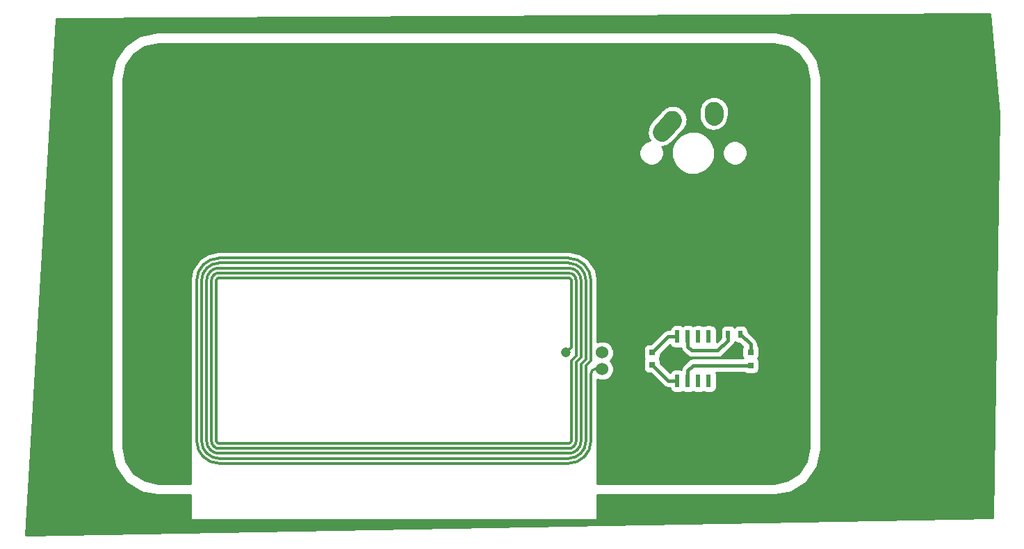
<source format=gtl>
G04 #@! TF.FileFunction,Copper,L1,Top,Signal*
%FSLAX46Y46*%
G04 Gerber Fmt 4.6, Leading zero omitted, Abs format (unit mm)*
G04 Created by KiCad (PCBNEW 4.0.6) date 2018 March 28, Wednesday 01:43:25*
%MOMM*%
%LPD*%
G01*
G04 APERTURE LIST*
%ADD10C,0.100000*%
%ADD11C,0.299720*%
%ADD12C,2.250000*%
%ADD13C,2.250000*%
%ADD14R,0.750000X0.800000*%
%ADD15R,0.800000X0.800000*%
%ADD16R,0.500000X0.900000*%
%ADD17R,0.600000X1.550000*%
%ADD18C,1.206500*%
%ADD19C,1.524000*%
%ADD20C,0.600000*%
%ADD21C,0.457200*%
%ADD22C,0.254000*%
G04 APERTURE END LIST*
D10*
D11*
X44402100Y-77849340D02*
X86997900Y-77849340D01*
X44402100Y-77249900D02*
X86997900Y-77249900D01*
X44402100Y-76647920D02*
X86997900Y-76647920D01*
X44402100Y-76048480D02*
X86997900Y-76048480D01*
X44402100Y-75449040D02*
X86997900Y-75449040D01*
X87297620Y-65350000D02*
X87297620Y-75149320D01*
X87899600Y-55550680D02*
X87899600Y-64750560D01*
X87899600Y-65548120D02*
X87899600Y-75149320D01*
X88499040Y-55550680D02*
X88499040Y-64951220D01*
X88499040Y-65748780D02*
X88499040Y-75149320D01*
X89098480Y-55550680D02*
X89098480Y-65151880D01*
X89697920Y-55550680D02*
X89697920Y-65350000D01*
X44102380Y-55550680D02*
X44102380Y-75149320D01*
X43500400Y-55550680D02*
X43500400Y-75149320D01*
X42900960Y-55550680D02*
X42900960Y-75149320D01*
X42301520Y-55550680D02*
X42301520Y-75149320D01*
X41702080Y-55550680D02*
X41702080Y-75149320D01*
X44402100Y-55250960D02*
X86997900Y-55250960D01*
X44402100Y-54651520D02*
X86997900Y-54651520D01*
X44402100Y-54052080D02*
X86997900Y-54052080D01*
X44402100Y-53450100D02*
X86997900Y-53450100D01*
X44402100Y-52850660D02*
X86997900Y-52850660D01*
X89098480Y-65151880D02*
X88499040Y-65748780D01*
X88499040Y-64951220D02*
X87899600Y-65548120D01*
X87899600Y-64750560D02*
X87297620Y-65350000D01*
X89697920Y-65350000D02*
X89098480Y-65949440D01*
X89098480Y-65949440D02*
X89098480Y-75149320D01*
X87297620Y-55550680D02*
X87297620Y-63752340D01*
X87297620Y-63752340D02*
X86698180Y-64351780D01*
X89697920Y-75149320D02*
X89697920Y-66947660D01*
X90299900Y-66348220D02*
X91199060Y-66348220D01*
X87297620Y-55550680D02*
G75*
G03X86997900Y-55250960I-299720J0D01*
G01*
X87897060Y-55550680D02*
G75*
G03X86997900Y-54651520I-899160J0D01*
G01*
X88496500Y-55550680D02*
G75*
G03X86997900Y-54052080I-1498600J0D01*
G01*
X89098480Y-55550680D02*
G75*
G03X86997900Y-53450100I-2100580J0D01*
G01*
X89697920Y-55550680D02*
G75*
G03X86997900Y-52850660I-2700020J0D01*
G01*
X86997900Y-75449040D02*
G75*
G03X87297620Y-75149320I0J299720D01*
G01*
X86997900Y-76051020D02*
G75*
G03X87899600Y-75149320I0J901700D01*
G01*
X86997900Y-76650460D02*
G75*
G03X88499040Y-75149320I0J1501140D01*
G01*
X86997900Y-77249900D02*
G75*
G03X89098480Y-75149320I0J2100580D01*
G01*
X86997900Y-77849340D02*
G75*
G03X89697920Y-75149320I0J2700020D01*
G01*
X44102380Y-75149320D02*
G75*
G03X44402100Y-75449040I299720J0D01*
G01*
X43502940Y-75149320D02*
G75*
G03X44402100Y-76048480I899160J0D01*
G01*
X42903500Y-75149320D02*
G75*
G03X44402100Y-76647920I1498600J0D01*
G01*
X42301520Y-75149320D02*
G75*
G03X44402100Y-77249900I2100580J0D01*
G01*
X41702080Y-75149320D02*
G75*
G03X44402100Y-77849340I2700020J0D01*
G01*
X44402100Y-55250960D02*
G75*
G03X44102380Y-55550680I0J-299720D01*
G01*
X44402100Y-54648980D02*
G75*
G03X43500400Y-55550680I0J-901700D01*
G01*
X44402100Y-54049540D02*
G75*
G03X42900960Y-55550680I0J-1501140D01*
G01*
X44402100Y-53450100D02*
G75*
G03X42301520Y-55550680I0J-2100580D01*
G01*
X44402100Y-52850660D02*
G75*
G03X41702080Y-55550680I0J-2700020D01*
G01*
X90299900Y-66345680D02*
G75*
G03X89697920Y-66947660I0J-601980D01*
G01*
D12*
X104650000Y-35530000D02*
X104690000Y-34950000D01*
D13*
X104690000Y-34950000D03*
D12*
X98340000Y-37490000D02*
X99650000Y-36030000D01*
D13*
X99650000Y-36030000D03*
D14*
X97150000Y-65850000D03*
X97150000Y-64350000D03*
D15*
X109150000Y-64300000D03*
X109150000Y-65900000D03*
D16*
X106400000Y-62100000D03*
X107900000Y-62100000D03*
D17*
X100245000Y-67800000D03*
X101515000Y-67800000D03*
X102785000Y-67800000D03*
X104055000Y-67800000D03*
X104055000Y-62400000D03*
X102785000Y-62400000D03*
X101515000Y-62400000D03*
X100245000Y-62400000D03*
D18*
X86698180Y-64351780D03*
D19*
X91100000Y-64350000D03*
X91100000Y-66350000D03*
D20*
X97150000Y-64350000D03*
X97150000Y-65850000D03*
D21*
X109150000Y-64300000D02*
X109150000Y-63350000D01*
X109150000Y-63350000D02*
X107900000Y-62100000D01*
X101515000Y-67800000D02*
X101515000Y-66567800D01*
X101515000Y-66567800D02*
X102182800Y-65900000D01*
X102182800Y-65900000D02*
X109150000Y-65900000D01*
X101515000Y-62400000D02*
X101515000Y-63632200D01*
X105150000Y-64100000D02*
X106400000Y-62850000D01*
X101515000Y-63632200D02*
X101982800Y-64100000D01*
X101982800Y-64100000D02*
X105150000Y-64100000D01*
X106400000Y-62850000D02*
X106400000Y-62100000D01*
X99100000Y-62400000D02*
X97150000Y-64350000D01*
X100245000Y-67800000D02*
X99100000Y-67800000D01*
X99100000Y-67800000D02*
X97150000Y-65850000D01*
X100245000Y-62400000D02*
X99100000Y-62400000D01*
D22*
G36*
X139372919Y-35204819D02*
X138674756Y-84475207D01*
X20835024Y-86570579D01*
X24181587Y-31000000D01*
X31290000Y-31000000D01*
X31290000Y-76000000D01*
X31303642Y-76068584D01*
X31303642Y-76138514D01*
X31684244Y-78051931D01*
X31724739Y-78149693D01*
X31790259Y-78307872D01*
X32874123Y-79929989D01*
X33070011Y-80125877D01*
X34692128Y-81209742D01*
X34841722Y-81271705D01*
X34948069Y-81315756D01*
X36861486Y-81696358D01*
X36931416Y-81696358D01*
X37000000Y-81710000D01*
X40923000Y-81710000D01*
X40923000Y-84600000D01*
X40931685Y-84646159D01*
X40958965Y-84688553D01*
X41000590Y-84716994D01*
X41050000Y-84727000D01*
X90350000Y-84727000D01*
X90396159Y-84718315D01*
X90438553Y-84691035D01*
X90466994Y-84649410D01*
X90477000Y-84600000D01*
X90477000Y-81710000D01*
X112000000Y-81710000D01*
X112068584Y-81696358D01*
X112138514Y-81696358D01*
X114051931Y-81315756D01*
X114232908Y-81240792D01*
X114307872Y-81209741D01*
X115929989Y-80125877D01*
X116125877Y-79929989D01*
X117209742Y-78307872D01*
X117275261Y-78149693D01*
X117315756Y-78051931D01*
X117696358Y-76138514D01*
X117696358Y-76068584D01*
X117710000Y-76000000D01*
X117710000Y-31000000D01*
X117696358Y-30931416D01*
X117696358Y-30861486D01*
X117315756Y-28948069D01*
X117271843Y-28842055D01*
X117209742Y-28692128D01*
X116125877Y-27070011D01*
X115929989Y-26874123D01*
X114307872Y-25790259D01*
X114232908Y-25759208D01*
X114051931Y-25684244D01*
X112138514Y-25303642D01*
X112068584Y-25303642D01*
X112000000Y-25290000D01*
X37000000Y-25290000D01*
X36931416Y-25303642D01*
X34948069Y-25684244D01*
X34842055Y-25728157D01*
X34692128Y-25790258D01*
X33070011Y-26874123D01*
X32874123Y-27070011D01*
X31790259Y-28692128D01*
X31790259Y-28692129D01*
X31684244Y-28948069D01*
X31303642Y-30861486D01*
X31303642Y-30931416D01*
X31290000Y-31000000D01*
X24181587Y-31000000D01*
X24619619Y-23726371D01*
X138283991Y-23127613D01*
X139372919Y-35204819D01*
X139372919Y-35204819D01*
G37*
X139372919Y-35204819D02*
X138674756Y-84475207D01*
X20835024Y-86570579D01*
X24181587Y-31000000D01*
X31290000Y-31000000D01*
X31290000Y-76000000D01*
X31303642Y-76068584D01*
X31303642Y-76138514D01*
X31684244Y-78051931D01*
X31724739Y-78149693D01*
X31790259Y-78307872D01*
X32874123Y-79929989D01*
X33070011Y-80125877D01*
X34692128Y-81209742D01*
X34841722Y-81271705D01*
X34948069Y-81315756D01*
X36861486Y-81696358D01*
X36931416Y-81696358D01*
X37000000Y-81710000D01*
X40923000Y-81710000D01*
X40923000Y-84600000D01*
X40931685Y-84646159D01*
X40958965Y-84688553D01*
X41000590Y-84716994D01*
X41050000Y-84727000D01*
X90350000Y-84727000D01*
X90396159Y-84718315D01*
X90438553Y-84691035D01*
X90466994Y-84649410D01*
X90477000Y-84600000D01*
X90477000Y-81710000D01*
X112000000Y-81710000D01*
X112068584Y-81696358D01*
X112138514Y-81696358D01*
X114051931Y-81315756D01*
X114232908Y-81240792D01*
X114307872Y-81209741D01*
X115929989Y-80125877D01*
X116125877Y-79929989D01*
X117209742Y-78307872D01*
X117275261Y-78149693D01*
X117315756Y-78051931D01*
X117696358Y-76138514D01*
X117696358Y-76068584D01*
X117710000Y-76000000D01*
X117710000Y-31000000D01*
X117696358Y-30931416D01*
X117696358Y-30861486D01*
X117315756Y-28948069D01*
X117271843Y-28842055D01*
X117209742Y-28692128D01*
X116125877Y-27070011D01*
X115929989Y-26874123D01*
X114307872Y-25790259D01*
X114232908Y-25759208D01*
X114051931Y-25684244D01*
X112138514Y-25303642D01*
X112068584Y-25303642D01*
X112000000Y-25290000D01*
X37000000Y-25290000D01*
X36931416Y-25303642D01*
X34948069Y-25684244D01*
X34842055Y-25728157D01*
X34692128Y-25790258D01*
X33070011Y-26874123D01*
X32874123Y-27070011D01*
X31790259Y-28692128D01*
X31790259Y-28692129D01*
X31684244Y-28948069D01*
X31303642Y-30861486D01*
X31303642Y-30931416D01*
X31290000Y-31000000D01*
X24181587Y-31000000D01*
X24619619Y-23726371D01*
X138283991Y-23127613D01*
X139372919Y-35204819D01*
G36*
X113636390Y-27049408D02*
X115023654Y-27976349D01*
X115950592Y-29363610D01*
X116290000Y-31069931D01*
X116290000Y-75930069D01*
X115950592Y-77636390D01*
X115023654Y-79023651D01*
X113636390Y-79950592D01*
X111930069Y-80290000D01*
X90477000Y-80290000D01*
X90477000Y-75178378D01*
X90482780Y-75149320D01*
X90482780Y-67606358D01*
X90820900Y-67746757D01*
X91376661Y-67747242D01*
X91890303Y-67535010D01*
X92283629Y-67142370D01*
X92496757Y-66629100D01*
X92497242Y-66073339D01*
X92285010Y-65559697D01*
X92075658Y-65349979D01*
X92283629Y-65142370D01*
X92496757Y-64629100D01*
X92497242Y-64073339D01*
X92446280Y-63950000D01*
X96127560Y-63950000D01*
X96127560Y-64750000D01*
X96171838Y-64985317D01*
X96245620Y-65099978D01*
X96178569Y-65198110D01*
X96127560Y-65450000D01*
X96127560Y-66250000D01*
X96171838Y-66485317D01*
X96310910Y-66701441D01*
X96523110Y-66846431D01*
X96775000Y-66897440D01*
X96976126Y-66897440D01*
X98489342Y-68410657D01*
X98676547Y-68535743D01*
X98769515Y-68597862D01*
X99100000Y-68663600D01*
X99314231Y-68663600D01*
X99341838Y-68810317D01*
X99480910Y-69026441D01*
X99693110Y-69171431D01*
X99945000Y-69222440D01*
X100545000Y-69222440D01*
X100780317Y-69178162D01*
X100879528Y-69114322D01*
X100963110Y-69171431D01*
X101215000Y-69222440D01*
X101815000Y-69222440D01*
X102050317Y-69178162D01*
X102140980Y-69119822D01*
X102183128Y-69137280D01*
X102233110Y-69171431D01*
X102296631Y-69184294D01*
X102358690Y-69210000D01*
X102423569Y-69210000D01*
X102485000Y-69222440D01*
X103085000Y-69222440D01*
X103151113Y-69210000D01*
X103211310Y-69210000D01*
X103261418Y-69189245D01*
X103320317Y-69178162D01*
X103378390Y-69140793D01*
X103420000Y-69123558D01*
X103453128Y-69137280D01*
X103503110Y-69171431D01*
X103566631Y-69184294D01*
X103628690Y-69210000D01*
X103693569Y-69210000D01*
X103755000Y-69222440D01*
X104355000Y-69222440D01*
X104421113Y-69210000D01*
X104481310Y-69210000D01*
X104531418Y-69189245D01*
X104590317Y-69178162D01*
X104648390Y-69140793D01*
X104714699Y-69113327D01*
X104757340Y-69070685D01*
X104806441Y-69039090D01*
X104844206Y-68983820D01*
X104893327Y-68934698D01*
X104917279Y-68876874D01*
X104951431Y-68826890D01*
X104964295Y-68763367D01*
X104990000Y-68701309D01*
X104990000Y-68636431D01*
X105002440Y-68575000D01*
X105002440Y-67025000D01*
X104990000Y-66958887D01*
X104990000Y-66898691D01*
X104969245Y-66848584D01*
X104958162Y-66789683D01*
X104941378Y-66763600D01*
X108303705Y-66763600D01*
X108498110Y-66896431D01*
X108750000Y-66947440D01*
X109550000Y-66947440D01*
X109785317Y-66903162D01*
X110001441Y-66764090D01*
X110146431Y-66551890D01*
X110197440Y-66300000D01*
X110197440Y-65500000D01*
X110153162Y-65264683D01*
X110046241Y-65098523D01*
X110146431Y-64951890D01*
X110197440Y-64700000D01*
X110197440Y-63900000D01*
X110153162Y-63664683D01*
X110014090Y-63448559D01*
X110013600Y-63448224D01*
X110013600Y-63350000D01*
X109947862Y-63019515D01*
X109760657Y-62739343D01*
X108797440Y-61776126D01*
X108797440Y-61650000D01*
X108753162Y-61414683D01*
X108614090Y-61198559D01*
X108401890Y-61053569D01*
X108150000Y-61002560D01*
X107650000Y-61002560D01*
X107414683Y-61046838D01*
X107198559Y-61185910D01*
X107150866Y-61255711D01*
X107114090Y-61198559D01*
X106901890Y-61053569D01*
X106650000Y-61002560D01*
X106150000Y-61002560D01*
X105914683Y-61046838D01*
X105698559Y-61185910D01*
X105553569Y-61398110D01*
X105502560Y-61650000D01*
X105502560Y-62526126D01*
X105002440Y-63026246D01*
X105002440Y-61625000D01*
X104990000Y-61558887D01*
X104990000Y-61498691D01*
X104969245Y-61448584D01*
X104958162Y-61389683D01*
X104920792Y-61331609D01*
X104893327Y-61265302D01*
X104850686Y-61222661D01*
X104819090Y-61173559D01*
X104763821Y-61135795D01*
X104714699Y-61086673D01*
X104656872Y-61062720D01*
X104606890Y-61028569D01*
X104543369Y-61015706D01*
X104481310Y-60990000D01*
X104416431Y-60990000D01*
X104355000Y-60977560D01*
X103755000Y-60977560D01*
X103688887Y-60990000D01*
X103628690Y-60990000D01*
X103578582Y-61010755D01*
X103519683Y-61021838D01*
X103461610Y-61059207D01*
X103420000Y-61076442D01*
X103386872Y-61062720D01*
X103336890Y-61028569D01*
X103273369Y-61015706D01*
X103211310Y-60990000D01*
X103146431Y-60990000D01*
X103085000Y-60977560D01*
X102485000Y-60977560D01*
X102418887Y-60990000D01*
X102358690Y-60990000D01*
X102308582Y-61010755D01*
X102249683Y-61021838D01*
X102191610Y-61059207D01*
X102141878Y-61079806D01*
X102066890Y-61028569D01*
X101815000Y-60977560D01*
X101215000Y-60977560D01*
X100979683Y-61021838D01*
X100880472Y-61085678D01*
X100796890Y-61028569D01*
X100545000Y-60977560D01*
X99945000Y-60977560D01*
X99709683Y-61021838D01*
X99493559Y-61160910D01*
X99348569Y-61373110D01*
X99315502Y-61536400D01*
X99100000Y-61536400D01*
X98769515Y-61602138D01*
X98676547Y-61664257D01*
X98489342Y-61789343D01*
X96976126Y-63302560D01*
X96775000Y-63302560D01*
X96539683Y-63346838D01*
X96323559Y-63485910D01*
X96178569Y-63698110D01*
X96127560Y-63950000D01*
X92446280Y-63950000D01*
X92285010Y-63559697D01*
X91892370Y-63166371D01*
X91379100Y-62953243D01*
X90823339Y-62952758D01*
X90482780Y-63093474D01*
X90482780Y-55550680D01*
X90477000Y-55521622D01*
X90477000Y-55400000D01*
X90468315Y-55353841D01*
X90454836Y-55332894D01*
X90262172Y-54364308D01*
X90144980Y-54081382D01*
X89559689Y-53205433D01*
X89343147Y-52988891D01*
X88467198Y-52403600D01*
X88184272Y-52286408D01*
X87151019Y-52080881D01*
X87073717Y-52080881D01*
X86997900Y-52065800D01*
X44402100Y-52065800D01*
X44326283Y-52080881D01*
X44248982Y-52080881D01*
X43215728Y-52286408D01*
X42932802Y-52403600D01*
X42056853Y-52988891D01*
X41840311Y-53205433D01*
X41255020Y-54081382D01*
X41137828Y-54364308D01*
X40945192Y-55332756D01*
X40933006Y-55350590D01*
X40923000Y-55400000D01*
X40923000Y-55521622D01*
X40917220Y-55550680D01*
X40917220Y-75149320D01*
X40923000Y-75178378D01*
X40923000Y-80290000D01*
X37069931Y-80290000D01*
X35363610Y-79950592D01*
X33976349Y-79023654D01*
X33049408Y-77636390D01*
X32710000Y-75930069D01*
X32710000Y-39748479D01*
X95581375Y-39748479D01*
X95584340Y-39753540D01*
X95583842Y-40324267D01*
X95632890Y-40442972D01*
X95620480Y-40470625D01*
X95725002Y-40665900D01*
X95809580Y-40870595D01*
X95863451Y-40924560D01*
X95899437Y-40991792D01*
X96070733Y-41132204D01*
X96227206Y-41288951D01*
X96297630Y-41318194D01*
X96356603Y-41366534D01*
X96734783Y-41499715D01*
X96773139Y-41515642D01*
X96780026Y-41515648D01*
X96788479Y-41518625D01*
X96793540Y-41515660D01*
X97364267Y-41516158D01*
X97482972Y-41467110D01*
X97510625Y-41479520D01*
X97705900Y-41374998D01*
X97910595Y-41290420D01*
X97964560Y-41236549D01*
X98031792Y-41200563D01*
X98172204Y-41029267D01*
X98328951Y-40872794D01*
X98358194Y-40802370D01*
X98406534Y-40743397D01*
X98539715Y-40365217D01*
X98555642Y-40326861D01*
X98555648Y-40319974D01*
X98558625Y-40311521D01*
X98555660Y-40306460D01*
X98556158Y-39735733D01*
X98507110Y-39617028D01*
X98519520Y-39589375D01*
X98486918Y-39528465D01*
X99516936Y-39528465D01*
X99521091Y-40039631D01*
X99520645Y-40550626D01*
X99525337Y-40561982D01*
X99525437Y-40574272D01*
X99909295Y-41500987D01*
X99914639Y-41504164D01*
X99920028Y-41517207D01*
X100658904Y-42257373D01*
X100675080Y-42264090D01*
X100679013Y-42270705D01*
X101152859Y-42462481D01*
X101624785Y-42658442D01*
X101637071Y-42658453D01*
X101648465Y-42663064D01*
X102159631Y-42658909D01*
X102670626Y-42659355D01*
X102681982Y-42654663D01*
X102694272Y-42654563D01*
X103620987Y-42270705D01*
X103624164Y-42265361D01*
X103637207Y-42259972D01*
X104377373Y-41521096D01*
X104384090Y-41504920D01*
X104390705Y-41500987D01*
X104582481Y-41027141D01*
X104778442Y-40555215D01*
X104778453Y-40542929D01*
X104783064Y-40531535D01*
X104778909Y-40020369D01*
X104779146Y-39748479D01*
X105741375Y-39748479D01*
X105744340Y-39753540D01*
X105743842Y-40324267D01*
X105792890Y-40442972D01*
X105780480Y-40470625D01*
X105885002Y-40665900D01*
X105969580Y-40870595D01*
X106023451Y-40924560D01*
X106059437Y-40991792D01*
X106230733Y-41132204D01*
X106387206Y-41288951D01*
X106457630Y-41318194D01*
X106516603Y-41366534D01*
X106894783Y-41499715D01*
X106933139Y-41515642D01*
X106940026Y-41515648D01*
X106948479Y-41518625D01*
X106953540Y-41515660D01*
X107524267Y-41516158D01*
X107642972Y-41467110D01*
X107670625Y-41479520D01*
X107865900Y-41374998D01*
X108070595Y-41290420D01*
X108124560Y-41236549D01*
X108191792Y-41200563D01*
X108332204Y-41029267D01*
X108488951Y-40872794D01*
X108518194Y-40802370D01*
X108566534Y-40743397D01*
X108699715Y-40365217D01*
X108715642Y-40326861D01*
X108715648Y-40319974D01*
X108718625Y-40311521D01*
X108715660Y-40306460D01*
X108716158Y-39735733D01*
X108667110Y-39617028D01*
X108679520Y-39589375D01*
X108574998Y-39394100D01*
X108490420Y-39189405D01*
X108436549Y-39135440D01*
X108400563Y-39068208D01*
X108229267Y-38927796D01*
X108072794Y-38771049D01*
X108002370Y-38741806D01*
X107943397Y-38693466D01*
X107565217Y-38560285D01*
X107526861Y-38544358D01*
X107519974Y-38544352D01*
X107511521Y-38541375D01*
X107506460Y-38544340D01*
X106935733Y-38543842D01*
X106817028Y-38592890D01*
X106789375Y-38580480D01*
X106594100Y-38685002D01*
X106389405Y-38769580D01*
X106335440Y-38823451D01*
X106268208Y-38859437D01*
X106127796Y-39030733D01*
X105971049Y-39187206D01*
X105941806Y-39257630D01*
X105893466Y-39316603D01*
X105760285Y-39694783D01*
X105744358Y-39733139D01*
X105744352Y-39740026D01*
X105741375Y-39748479D01*
X104779146Y-39748479D01*
X104779355Y-39509374D01*
X104774663Y-39498018D01*
X104774563Y-39485728D01*
X104390705Y-38559013D01*
X104385361Y-38555836D01*
X104379972Y-38542793D01*
X103641096Y-37802627D01*
X103624920Y-37795910D01*
X103620987Y-37789295D01*
X103147141Y-37597519D01*
X102675215Y-37401558D01*
X102662929Y-37401547D01*
X102651535Y-37396936D01*
X102140369Y-37401091D01*
X101629374Y-37400645D01*
X101618018Y-37405337D01*
X101605728Y-37405437D01*
X100679013Y-37789295D01*
X100675836Y-37794639D01*
X100662793Y-37800028D01*
X99922627Y-38538904D01*
X99915910Y-38555080D01*
X99909295Y-38559013D01*
X99717520Y-39032857D01*
X99521558Y-39504785D01*
X99521547Y-39517071D01*
X99516936Y-39528465D01*
X98486918Y-39528465D01*
X98414998Y-39394100D01*
X98369121Y-39283068D01*
X98399307Y-39287391D01*
X99064601Y-39117196D01*
X99397999Y-38867332D01*
X99565165Y-38759921D01*
X99614119Y-38705361D01*
X99614121Y-38705360D01*
X100389796Y-37840867D01*
X100927680Y-37241394D01*
X101141185Y-37028261D01*
X101159185Y-36984913D01*
X101172773Y-36979379D01*
X101286385Y-36678581D01*
X101291174Y-36667046D01*
X101345928Y-36574648D01*
X101354556Y-36514407D01*
X101409693Y-36381621D01*
X101409719Y-36352042D01*
X101420170Y-36324371D01*
X101413234Y-36104692D01*
X101443285Y-35894867D01*
X101410231Y-35765657D01*
X101410304Y-35681450D01*
X101399008Y-35654113D01*
X101398075Y-35624549D01*
X101361234Y-35535607D01*
X102885433Y-35535607D01*
X102932082Y-35766294D01*
X102978722Y-36130134D01*
X103020353Y-36202812D01*
X103021898Y-36210451D01*
X103040950Y-36238770D01*
X103320053Y-36726015D01*
X103863436Y-37145915D01*
X104526145Y-37325909D01*
X105207290Y-37238594D01*
X105803171Y-36897263D01*
X106146513Y-36452952D01*
X106169276Y-36427513D01*
X106171855Y-36420157D01*
X106223071Y-36353880D01*
X106319217Y-35999884D01*
X106397091Y-35777791D01*
X106407660Y-35624549D01*
X106425994Y-35358694D01*
X106449693Y-35301621D01*
X106449719Y-35272042D01*
X106460170Y-35244371D01*
X106451914Y-34982866D01*
X106454567Y-34944393D01*
X106450024Y-34921929D01*
X106450304Y-34601450D01*
X106439008Y-34574113D01*
X106438075Y-34544549D01*
X106363000Y-34363302D01*
X106361278Y-34349867D01*
X106347399Y-34325638D01*
X106212773Y-34000621D01*
X106199876Y-33995369D01*
X106182925Y-33954343D01*
X106069805Y-33841026D01*
X106019947Y-33753985D01*
X105857955Y-33628806D01*
X105688261Y-33458815D01*
X105644913Y-33440815D01*
X105639379Y-33427227D01*
X105556672Y-33395988D01*
X105476564Y-33334085D01*
X105220174Y-33264449D01*
X105041621Y-33190307D01*
X105012042Y-33190281D01*
X104984371Y-33179830D01*
X104916510Y-33181973D01*
X104813855Y-33154091D01*
X104534784Y-33189865D01*
X104341450Y-33189696D01*
X104314113Y-33200992D01*
X104284549Y-33201925D01*
X104214566Y-33230913D01*
X104132710Y-33241406D01*
X103985093Y-33325963D01*
X103740621Y-33427227D01*
X103735369Y-33440124D01*
X103694343Y-33457075D01*
X103611052Y-33540221D01*
X103536829Y-33582737D01*
X103430084Y-33720873D01*
X103198815Y-33951739D01*
X103180815Y-33995087D01*
X103167227Y-34000621D01*
X103122596Y-34118787D01*
X103116929Y-34126120D01*
X103109513Y-34153425D01*
X103053615Y-34301419D01*
X102930307Y-34598379D01*
X102930281Y-34627958D01*
X102919830Y-34655629D01*
X102928086Y-34917135D01*
X102905433Y-35245607D01*
X102885433Y-35535607D01*
X101361234Y-35535607D01*
X101335463Y-35473391D01*
X101273090Y-35229573D01*
X101186753Y-35114372D01*
X101172773Y-35080621D01*
X101159876Y-35075369D01*
X101142925Y-35034343D01*
X101078131Y-34969436D01*
X100861254Y-34680053D01*
X100684974Y-34575592D01*
X100648261Y-34538815D01*
X100604913Y-34520815D01*
X100599379Y-34507227D01*
X100517274Y-34476216D01*
X100270474Y-34329966D01*
X100079389Y-34302599D01*
X100001621Y-34270307D01*
X99972042Y-34270281D01*
X99944371Y-34259830D01*
X99810313Y-34264063D01*
X99590693Y-34232609D01*
X99445229Y-34269821D01*
X99301450Y-34269696D01*
X99274113Y-34280992D01*
X99244549Y-34281925D01*
X98996846Y-34384527D01*
X98925400Y-34402804D01*
X98891642Y-34428103D01*
X98700621Y-34507227D01*
X98695369Y-34520124D01*
X98654343Y-34537075D01*
X98441994Y-34749053D01*
X98424835Y-34760079D01*
X98375881Y-34814639D01*
X98375879Y-34814640D01*
X98372322Y-34818604D01*
X98158815Y-35031739D01*
X98140815Y-35075087D01*
X98127227Y-35080621D01*
X98119959Y-35099864D01*
X97021258Y-36324371D01*
X96945204Y-36409133D01*
X96856472Y-36586922D01*
X96644072Y-36945352D01*
X96546715Y-37625133D01*
X96716910Y-38290427D01*
X96906917Y-38543957D01*
X96775733Y-38543842D01*
X96657028Y-38592890D01*
X96629375Y-38580480D01*
X96434100Y-38685002D01*
X96229405Y-38769580D01*
X96175440Y-38823451D01*
X96108208Y-38859437D01*
X95967796Y-39030733D01*
X95811049Y-39187206D01*
X95781806Y-39257630D01*
X95733466Y-39316603D01*
X95600285Y-39694783D01*
X95584358Y-39733139D01*
X95584352Y-39740026D01*
X95581375Y-39748479D01*
X32710000Y-39748479D01*
X32710000Y-31069931D01*
X33049408Y-29363610D01*
X33976349Y-27976346D01*
X35363610Y-27049408D01*
X37069931Y-26710000D01*
X111930069Y-26710000D01*
X113636390Y-27049408D01*
X113636390Y-27049408D01*
G37*
X113636390Y-27049408D02*
X115023654Y-27976349D01*
X115950592Y-29363610D01*
X116290000Y-31069931D01*
X116290000Y-75930069D01*
X115950592Y-77636390D01*
X115023654Y-79023651D01*
X113636390Y-79950592D01*
X111930069Y-80290000D01*
X90477000Y-80290000D01*
X90477000Y-75178378D01*
X90482780Y-75149320D01*
X90482780Y-67606358D01*
X90820900Y-67746757D01*
X91376661Y-67747242D01*
X91890303Y-67535010D01*
X92283629Y-67142370D01*
X92496757Y-66629100D01*
X92497242Y-66073339D01*
X92285010Y-65559697D01*
X92075658Y-65349979D01*
X92283629Y-65142370D01*
X92496757Y-64629100D01*
X92497242Y-64073339D01*
X92446280Y-63950000D01*
X96127560Y-63950000D01*
X96127560Y-64750000D01*
X96171838Y-64985317D01*
X96245620Y-65099978D01*
X96178569Y-65198110D01*
X96127560Y-65450000D01*
X96127560Y-66250000D01*
X96171838Y-66485317D01*
X96310910Y-66701441D01*
X96523110Y-66846431D01*
X96775000Y-66897440D01*
X96976126Y-66897440D01*
X98489342Y-68410657D01*
X98676547Y-68535743D01*
X98769515Y-68597862D01*
X99100000Y-68663600D01*
X99314231Y-68663600D01*
X99341838Y-68810317D01*
X99480910Y-69026441D01*
X99693110Y-69171431D01*
X99945000Y-69222440D01*
X100545000Y-69222440D01*
X100780317Y-69178162D01*
X100879528Y-69114322D01*
X100963110Y-69171431D01*
X101215000Y-69222440D01*
X101815000Y-69222440D01*
X102050317Y-69178162D01*
X102140980Y-69119822D01*
X102183128Y-69137280D01*
X102233110Y-69171431D01*
X102296631Y-69184294D01*
X102358690Y-69210000D01*
X102423569Y-69210000D01*
X102485000Y-69222440D01*
X103085000Y-69222440D01*
X103151113Y-69210000D01*
X103211310Y-69210000D01*
X103261418Y-69189245D01*
X103320317Y-69178162D01*
X103378390Y-69140793D01*
X103420000Y-69123558D01*
X103453128Y-69137280D01*
X103503110Y-69171431D01*
X103566631Y-69184294D01*
X103628690Y-69210000D01*
X103693569Y-69210000D01*
X103755000Y-69222440D01*
X104355000Y-69222440D01*
X104421113Y-69210000D01*
X104481310Y-69210000D01*
X104531418Y-69189245D01*
X104590317Y-69178162D01*
X104648390Y-69140793D01*
X104714699Y-69113327D01*
X104757340Y-69070685D01*
X104806441Y-69039090D01*
X104844206Y-68983820D01*
X104893327Y-68934698D01*
X104917279Y-68876874D01*
X104951431Y-68826890D01*
X104964295Y-68763367D01*
X104990000Y-68701309D01*
X104990000Y-68636431D01*
X105002440Y-68575000D01*
X105002440Y-67025000D01*
X104990000Y-66958887D01*
X104990000Y-66898691D01*
X104969245Y-66848584D01*
X104958162Y-66789683D01*
X104941378Y-66763600D01*
X108303705Y-66763600D01*
X108498110Y-66896431D01*
X108750000Y-66947440D01*
X109550000Y-66947440D01*
X109785317Y-66903162D01*
X110001441Y-66764090D01*
X110146431Y-66551890D01*
X110197440Y-66300000D01*
X110197440Y-65500000D01*
X110153162Y-65264683D01*
X110046241Y-65098523D01*
X110146431Y-64951890D01*
X110197440Y-64700000D01*
X110197440Y-63900000D01*
X110153162Y-63664683D01*
X110014090Y-63448559D01*
X110013600Y-63448224D01*
X110013600Y-63350000D01*
X109947862Y-63019515D01*
X109760657Y-62739343D01*
X108797440Y-61776126D01*
X108797440Y-61650000D01*
X108753162Y-61414683D01*
X108614090Y-61198559D01*
X108401890Y-61053569D01*
X108150000Y-61002560D01*
X107650000Y-61002560D01*
X107414683Y-61046838D01*
X107198559Y-61185910D01*
X107150866Y-61255711D01*
X107114090Y-61198559D01*
X106901890Y-61053569D01*
X106650000Y-61002560D01*
X106150000Y-61002560D01*
X105914683Y-61046838D01*
X105698559Y-61185910D01*
X105553569Y-61398110D01*
X105502560Y-61650000D01*
X105502560Y-62526126D01*
X105002440Y-63026246D01*
X105002440Y-61625000D01*
X104990000Y-61558887D01*
X104990000Y-61498691D01*
X104969245Y-61448584D01*
X104958162Y-61389683D01*
X104920792Y-61331609D01*
X104893327Y-61265302D01*
X104850686Y-61222661D01*
X104819090Y-61173559D01*
X104763821Y-61135795D01*
X104714699Y-61086673D01*
X104656872Y-61062720D01*
X104606890Y-61028569D01*
X104543369Y-61015706D01*
X104481310Y-60990000D01*
X104416431Y-60990000D01*
X104355000Y-60977560D01*
X103755000Y-60977560D01*
X103688887Y-60990000D01*
X103628690Y-60990000D01*
X103578582Y-61010755D01*
X103519683Y-61021838D01*
X103461610Y-61059207D01*
X103420000Y-61076442D01*
X103386872Y-61062720D01*
X103336890Y-61028569D01*
X103273369Y-61015706D01*
X103211310Y-60990000D01*
X103146431Y-60990000D01*
X103085000Y-60977560D01*
X102485000Y-60977560D01*
X102418887Y-60990000D01*
X102358690Y-60990000D01*
X102308582Y-61010755D01*
X102249683Y-61021838D01*
X102191610Y-61059207D01*
X102141878Y-61079806D01*
X102066890Y-61028569D01*
X101815000Y-60977560D01*
X101215000Y-60977560D01*
X100979683Y-61021838D01*
X100880472Y-61085678D01*
X100796890Y-61028569D01*
X100545000Y-60977560D01*
X99945000Y-60977560D01*
X99709683Y-61021838D01*
X99493559Y-61160910D01*
X99348569Y-61373110D01*
X99315502Y-61536400D01*
X99100000Y-61536400D01*
X98769515Y-61602138D01*
X98676547Y-61664257D01*
X98489342Y-61789343D01*
X96976126Y-63302560D01*
X96775000Y-63302560D01*
X96539683Y-63346838D01*
X96323559Y-63485910D01*
X96178569Y-63698110D01*
X96127560Y-63950000D01*
X92446280Y-63950000D01*
X92285010Y-63559697D01*
X91892370Y-63166371D01*
X91379100Y-62953243D01*
X90823339Y-62952758D01*
X90482780Y-63093474D01*
X90482780Y-55550680D01*
X90477000Y-55521622D01*
X90477000Y-55400000D01*
X90468315Y-55353841D01*
X90454836Y-55332894D01*
X90262172Y-54364308D01*
X90144980Y-54081382D01*
X89559689Y-53205433D01*
X89343147Y-52988891D01*
X88467198Y-52403600D01*
X88184272Y-52286408D01*
X87151019Y-52080881D01*
X87073717Y-52080881D01*
X86997900Y-52065800D01*
X44402100Y-52065800D01*
X44326283Y-52080881D01*
X44248982Y-52080881D01*
X43215728Y-52286408D01*
X42932802Y-52403600D01*
X42056853Y-52988891D01*
X41840311Y-53205433D01*
X41255020Y-54081382D01*
X41137828Y-54364308D01*
X40945192Y-55332756D01*
X40933006Y-55350590D01*
X40923000Y-55400000D01*
X40923000Y-55521622D01*
X40917220Y-55550680D01*
X40917220Y-75149320D01*
X40923000Y-75178378D01*
X40923000Y-80290000D01*
X37069931Y-80290000D01*
X35363610Y-79950592D01*
X33976349Y-79023654D01*
X33049408Y-77636390D01*
X32710000Y-75930069D01*
X32710000Y-39748479D01*
X95581375Y-39748479D01*
X95584340Y-39753540D01*
X95583842Y-40324267D01*
X95632890Y-40442972D01*
X95620480Y-40470625D01*
X95725002Y-40665900D01*
X95809580Y-40870595D01*
X95863451Y-40924560D01*
X95899437Y-40991792D01*
X96070733Y-41132204D01*
X96227206Y-41288951D01*
X96297630Y-41318194D01*
X96356603Y-41366534D01*
X96734783Y-41499715D01*
X96773139Y-41515642D01*
X96780026Y-41515648D01*
X96788479Y-41518625D01*
X96793540Y-41515660D01*
X97364267Y-41516158D01*
X97482972Y-41467110D01*
X97510625Y-41479520D01*
X97705900Y-41374998D01*
X97910595Y-41290420D01*
X97964560Y-41236549D01*
X98031792Y-41200563D01*
X98172204Y-41029267D01*
X98328951Y-40872794D01*
X98358194Y-40802370D01*
X98406534Y-40743397D01*
X98539715Y-40365217D01*
X98555642Y-40326861D01*
X98555648Y-40319974D01*
X98558625Y-40311521D01*
X98555660Y-40306460D01*
X98556158Y-39735733D01*
X98507110Y-39617028D01*
X98519520Y-39589375D01*
X98486918Y-39528465D01*
X99516936Y-39528465D01*
X99521091Y-40039631D01*
X99520645Y-40550626D01*
X99525337Y-40561982D01*
X99525437Y-40574272D01*
X99909295Y-41500987D01*
X99914639Y-41504164D01*
X99920028Y-41517207D01*
X100658904Y-42257373D01*
X100675080Y-42264090D01*
X100679013Y-42270705D01*
X101152859Y-42462481D01*
X101624785Y-42658442D01*
X101637071Y-42658453D01*
X101648465Y-42663064D01*
X102159631Y-42658909D01*
X102670626Y-42659355D01*
X102681982Y-42654663D01*
X102694272Y-42654563D01*
X103620987Y-42270705D01*
X103624164Y-42265361D01*
X103637207Y-42259972D01*
X104377373Y-41521096D01*
X104384090Y-41504920D01*
X104390705Y-41500987D01*
X104582481Y-41027141D01*
X104778442Y-40555215D01*
X104778453Y-40542929D01*
X104783064Y-40531535D01*
X104778909Y-40020369D01*
X104779146Y-39748479D01*
X105741375Y-39748479D01*
X105744340Y-39753540D01*
X105743842Y-40324267D01*
X105792890Y-40442972D01*
X105780480Y-40470625D01*
X105885002Y-40665900D01*
X105969580Y-40870595D01*
X106023451Y-40924560D01*
X106059437Y-40991792D01*
X106230733Y-41132204D01*
X106387206Y-41288951D01*
X106457630Y-41318194D01*
X106516603Y-41366534D01*
X106894783Y-41499715D01*
X106933139Y-41515642D01*
X106940026Y-41515648D01*
X106948479Y-41518625D01*
X106953540Y-41515660D01*
X107524267Y-41516158D01*
X107642972Y-41467110D01*
X107670625Y-41479520D01*
X107865900Y-41374998D01*
X108070595Y-41290420D01*
X108124560Y-41236549D01*
X108191792Y-41200563D01*
X108332204Y-41029267D01*
X108488951Y-40872794D01*
X108518194Y-40802370D01*
X108566534Y-40743397D01*
X108699715Y-40365217D01*
X108715642Y-40326861D01*
X108715648Y-40319974D01*
X108718625Y-40311521D01*
X108715660Y-40306460D01*
X108716158Y-39735733D01*
X108667110Y-39617028D01*
X108679520Y-39589375D01*
X108574998Y-39394100D01*
X108490420Y-39189405D01*
X108436549Y-39135440D01*
X108400563Y-39068208D01*
X108229267Y-38927796D01*
X108072794Y-38771049D01*
X108002370Y-38741806D01*
X107943397Y-38693466D01*
X107565217Y-38560285D01*
X107526861Y-38544358D01*
X107519974Y-38544352D01*
X107511521Y-38541375D01*
X107506460Y-38544340D01*
X106935733Y-38543842D01*
X106817028Y-38592890D01*
X106789375Y-38580480D01*
X106594100Y-38685002D01*
X106389405Y-38769580D01*
X106335440Y-38823451D01*
X106268208Y-38859437D01*
X106127796Y-39030733D01*
X105971049Y-39187206D01*
X105941806Y-39257630D01*
X105893466Y-39316603D01*
X105760285Y-39694783D01*
X105744358Y-39733139D01*
X105744352Y-39740026D01*
X105741375Y-39748479D01*
X104779146Y-39748479D01*
X104779355Y-39509374D01*
X104774663Y-39498018D01*
X104774563Y-39485728D01*
X104390705Y-38559013D01*
X104385361Y-38555836D01*
X104379972Y-38542793D01*
X103641096Y-37802627D01*
X103624920Y-37795910D01*
X103620987Y-37789295D01*
X103147141Y-37597519D01*
X102675215Y-37401558D01*
X102662929Y-37401547D01*
X102651535Y-37396936D01*
X102140369Y-37401091D01*
X101629374Y-37400645D01*
X101618018Y-37405337D01*
X101605728Y-37405437D01*
X100679013Y-37789295D01*
X100675836Y-37794639D01*
X100662793Y-37800028D01*
X99922627Y-38538904D01*
X99915910Y-38555080D01*
X99909295Y-38559013D01*
X99717520Y-39032857D01*
X99521558Y-39504785D01*
X99521547Y-39517071D01*
X99516936Y-39528465D01*
X98486918Y-39528465D01*
X98414998Y-39394100D01*
X98369121Y-39283068D01*
X98399307Y-39287391D01*
X99064601Y-39117196D01*
X99397999Y-38867332D01*
X99565165Y-38759921D01*
X99614119Y-38705361D01*
X99614121Y-38705360D01*
X100389796Y-37840867D01*
X100927680Y-37241394D01*
X101141185Y-37028261D01*
X101159185Y-36984913D01*
X101172773Y-36979379D01*
X101286385Y-36678581D01*
X101291174Y-36667046D01*
X101345928Y-36574648D01*
X101354556Y-36514407D01*
X101409693Y-36381621D01*
X101409719Y-36352042D01*
X101420170Y-36324371D01*
X101413234Y-36104692D01*
X101443285Y-35894867D01*
X101410231Y-35765657D01*
X101410304Y-35681450D01*
X101399008Y-35654113D01*
X101398075Y-35624549D01*
X101361234Y-35535607D01*
X102885433Y-35535607D01*
X102932082Y-35766294D01*
X102978722Y-36130134D01*
X103020353Y-36202812D01*
X103021898Y-36210451D01*
X103040950Y-36238770D01*
X103320053Y-36726015D01*
X103863436Y-37145915D01*
X104526145Y-37325909D01*
X105207290Y-37238594D01*
X105803171Y-36897263D01*
X106146513Y-36452952D01*
X106169276Y-36427513D01*
X106171855Y-36420157D01*
X106223071Y-36353880D01*
X106319217Y-35999884D01*
X106397091Y-35777791D01*
X106407660Y-35624549D01*
X106425994Y-35358694D01*
X106449693Y-35301621D01*
X106449719Y-35272042D01*
X106460170Y-35244371D01*
X106451914Y-34982866D01*
X106454567Y-34944393D01*
X106450024Y-34921929D01*
X106450304Y-34601450D01*
X106439008Y-34574113D01*
X106438075Y-34544549D01*
X106363000Y-34363302D01*
X106361278Y-34349867D01*
X106347399Y-34325638D01*
X106212773Y-34000621D01*
X106199876Y-33995369D01*
X106182925Y-33954343D01*
X106069805Y-33841026D01*
X106019947Y-33753985D01*
X105857955Y-33628806D01*
X105688261Y-33458815D01*
X105644913Y-33440815D01*
X105639379Y-33427227D01*
X105556672Y-33395988D01*
X105476564Y-33334085D01*
X105220174Y-33264449D01*
X105041621Y-33190307D01*
X105012042Y-33190281D01*
X104984371Y-33179830D01*
X104916510Y-33181973D01*
X104813855Y-33154091D01*
X104534784Y-33189865D01*
X104341450Y-33189696D01*
X104314113Y-33200992D01*
X104284549Y-33201925D01*
X104214566Y-33230913D01*
X104132710Y-33241406D01*
X103985093Y-33325963D01*
X103740621Y-33427227D01*
X103735369Y-33440124D01*
X103694343Y-33457075D01*
X103611052Y-33540221D01*
X103536829Y-33582737D01*
X103430084Y-33720873D01*
X103198815Y-33951739D01*
X103180815Y-33995087D01*
X103167227Y-34000621D01*
X103122596Y-34118787D01*
X103116929Y-34126120D01*
X103109513Y-34153425D01*
X103053615Y-34301419D01*
X102930307Y-34598379D01*
X102930281Y-34627958D01*
X102919830Y-34655629D01*
X102928086Y-34917135D01*
X102905433Y-35245607D01*
X102885433Y-35535607D01*
X101361234Y-35535607D01*
X101335463Y-35473391D01*
X101273090Y-35229573D01*
X101186753Y-35114372D01*
X101172773Y-35080621D01*
X101159876Y-35075369D01*
X101142925Y-35034343D01*
X101078131Y-34969436D01*
X100861254Y-34680053D01*
X100684974Y-34575592D01*
X100648261Y-34538815D01*
X100604913Y-34520815D01*
X100599379Y-34507227D01*
X100517274Y-34476216D01*
X100270474Y-34329966D01*
X100079389Y-34302599D01*
X100001621Y-34270307D01*
X99972042Y-34270281D01*
X99944371Y-34259830D01*
X99810313Y-34264063D01*
X99590693Y-34232609D01*
X99445229Y-34269821D01*
X99301450Y-34269696D01*
X99274113Y-34280992D01*
X99244549Y-34281925D01*
X98996846Y-34384527D01*
X98925400Y-34402804D01*
X98891642Y-34428103D01*
X98700621Y-34507227D01*
X98695369Y-34520124D01*
X98654343Y-34537075D01*
X98441994Y-34749053D01*
X98424835Y-34760079D01*
X98375881Y-34814639D01*
X98375879Y-34814640D01*
X98372322Y-34818604D01*
X98158815Y-35031739D01*
X98140815Y-35075087D01*
X98127227Y-35080621D01*
X98119959Y-35099864D01*
X97021258Y-36324371D01*
X96945204Y-36409133D01*
X96856472Y-36586922D01*
X96644072Y-36945352D01*
X96546715Y-37625133D01*
X96716910Y-38290427D01*
X96906917Y-38543957D01*
X96775733Y-38543842D01*
X96657028Y-38592890D01*
X96629375Y-38580480D01*
X96434100Y-38685002D01*
X96229405Y-38769580D01*
X96175440Y-38823451D01*
X96108208Y-38859437D01*
X95967796Y-39030733D01*
X95811049Y-39187206D01*
X95781806Y-39257630D01*
X95733466Y-39316603D01*
X95600285Y-39694783D01*
X95584358Y-39733139D01*
X95584352Y-39740026D01*
X95581375Y-39748479D01*
X32710000Y-39748479D01*
X32710000Y-31069931D01*
X33049408Y-29363610D01*
X33976349Y-27976346D01*
X35363610Y-27049408D01*
X37069931Y-26710000D01*
X111930069Y-26710000D01*
X113636390Y-27049408D01*
G36*
X107398110Y-63146431D02*
X107650000Y-63197440D01*
X107776126Y-63197440D01*
X108183293Y-63604607D01*
X108153569Y-63648110D01*
X108102560Y-63900000D01*
X108102560Y-64700000D01*
X108146838Y-64935317D01*
X108211883Y-65036400D01*
X102182800Y-65036400D01*
X101852315Y-65102138D01*
X101572143Y-65289342D01*
X100904343Y-65957143D01*
X100717138Y-66237315D01*
X100683656Y-66405639D01*
X100545000Y-66377560D01*
X99945000Y-66377560D01*
X99709683Y-66421838D01*
X99493559Y-66560910D01*
X99348569Y-66773110D01*
X99339451Y-66818136D01*
X98172440Y-65651126D01*
X98172440Y-65450000D01*
X98128162Y-65214683D01*
X98054380Y-65100022D01*
X98121431Y-65001890D01*
X98172440Y-64750000D01*
X98172440Y-64548874D01*
X99336954Y-63384361D01*
X99341838Y-63410317D01*
X99480910Y-63626441D01*
X99693110Y-63771431D01*
X99945000Y-63822440D01*
X100545000Y-63822440D01*
X100684037Y-63796278D01*
X100704669Y-63900000D01*
X100717138Y-63962685D01*
X100904343Y-64242857D01*
X101372143Y-64710657D01*
X101652314Y-64897862D01*
X101697048Y-64906760D01*
X101982800Y-64963600D01*
X105150000Y-64963600D01*
X105480485Y-64897862D01*
X105760657Y-64710657D01*
X107010657Y-63460657D01*
X107197862Y-63180485D01*
X107207704Y-63131007D01*
X107227785Y-63030053D01*
X107398110Y-63146431D01*
X107398110Y-63146431D01*
G37*
X107398110Y-63146431D02*
X107650000Y-63197440D01*
X107776126Y-63197440D01*
X108183293Y-63604607D01*
X108153569Y-63648110D01*
X108102560Y-63900000D01*
X108102560Y-64700000D01*
X108146838Y-64935317D01*
X108211883Y-65036400D01*
X102182800Y-65036400D01*
X101852315Y-65102138D01*
X101572143Y-65289342D01*
X100904343Y-65957143D01*
X100717138Y-66237315D01*
X100683656Y-66405639D01*
X100545000Y-66377560D01*
X99945000Y-66377560D01*
X99709683Y-66421838D01*
X99493559Y-66560910D01*
X99348569Y-66773110D01*
X99339451Y-66818136D01*
X98172440Y-65651126D01*
X98172440Y-65450000D01*
X98128162Y-65214683D01*
X98054380Y-65100022D01*
X98121431Y-65001890D01*
X98172440Y-64750000D01*
X98172440Y-64548874D01*
X99336954Y-63384361D01*
X99341838Y-63410317D01*
X99480910Y-63626441D01*
X99693110Y-63771431D01*
X99945000Y-63822440D01*
X100545000Y-63822440D01*
X100684037Y-63796278D01*
X100704669Y-63900000D01*
X100717138Y-63962685D01*
X100904343Y-64242857D01*
X101372143Y-64710657D01*
X101652314Y-64897862D01*
X101697048Y-64906760D01*
X101982800Y-64963600D01*
X105150000Y-64963600D01*
X105480485Y-64897862D01*
X105760657Y-64710657D01*
X107010657Y-63460657D01*
X107197862Y-63180485D01*
X107207704Y-63131007D01*
X107227785Y-63030053D01*
X107398110Y-63146431D01*
M02*

</source>
